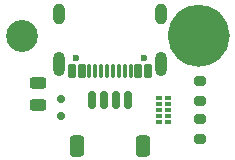
<source format=gts>
%TF.GenerationSoftware,KiCad,Pcbnew,9.0.6*%
%TF.CreationDate,2026-01-06T08:42:05+09:00*%
%TF.ProjectId,muon,6d756f6e-2e6b-4696-9361-645f70636258,rev?*%
%TF.SameCoordinates,Original*%
%TF.FileFunction,Soldermask,Top*%
%TF.FilePolarity,Negative*%
%FSLAX46Y46*%
G04 Gerber Fmt 4.6, Leading zero omitted, Abs format (unit mm)*
G04 Created by KiCad (PCBNEW 9.0.6) date 2026-01-06 08:42:05*
%MOMM*%
%LPD*%
G01*
G04 APERTURE LIST*
G04 Aperture macros list*
%AMRoundRect*
0 Rectangle with rounded corners*
0 $1 Rounding radius*
0 $2 $3 $4 $5 $6 $7 $8 $9 X,Y pos of 4 corners*
0 Add a 4 corners polygon primitive as box body*
4,1,4,$2,$3,$4,$5,$6,$7,$8,$9,$2,$3,0*
0 Add four circle primitives for the rounded corners*
1,1,$1+$1,$2,$3*
1,1,$1+$1,$4,$5*
1,1,$1+$1,$6,$7*
1,1,$1+$1,$8,$9*
0 Add four rect primitives between the rounded corners*
20,1,$1+$1,$2,$3,$4,$5,0*
20,1,$1+$1,$4,$5,$6,$7,0*
20,1,$1+$1,$6,$7,$8,$9,0*
20,1,$1+$1,$8,$9,$2,$3,0*%
G04 Aperture macros list end*
%ADD10C,2.625000*%
%ADD11RoundRect,0.150000X0.200000X-0.150000X0.200000X0.150000X-0.200000X0.150000X-0.200000X-0.150000X0*%
%ADD12RoundRect,0.200000X-0.275000X0.200000X-0.275000X-0.200000X0.275000X-0.200000X0.275000X0.200000X0*%
%ADD13RoundRect,0.200000X0.275000X-0.200000X0.275000X0.200000X-0.275000X0.200000X-0.275000X-0.200000X0*%
%ADD14C,2.700000*%
%ADD15RoundRect,0.243750X-0.456250X0.243750X-0.456250X-0.243750X0.456250X-0.243750X0.456250X0.243750X0*%
%ADD16RoundRect,0.075000X0.200000X-0.075000X0.200000X0.075000X-0.200000X0.075000X-0.200000X-0.075000X0*%
%ADD17C,0.600000*%
%ADD18RoundRect,0.050000X0.250000X0.525000X-0.250000X0.525000X-0.250000X-0.525000X0.250000X-0.525000X0*%
%ADD19RoundRect,0.050000X0.100000X0.525000X-0.100000X0.525000X-0.100000X-0.525000X0.100000X-0.525000X0*%
%ADD20O,1.000000X2.100000*%
%ADD21O,1.000000X1.800000*%
%ADD22RoundRect,0.150000X-0.150000X-0.575000X0.150000X-0.575000X0.150000X0.575000X-0.150000X0.575000X0*%
%ADD23RoundRect,0.250000X-0.350000X-0.650000X0.350000X-0.650000X0.350000X0.650000X-0.350000X0.650000X0*%
G04 APERTURE END LIST*
D10*
X82812500Y-53000000D02*
G75*
G02*
X80187500Y-53000000I-1312500J0D01*
G01*
X80187500Y-53000000D02*
G75*
G02*
X82812500Y-53000000I1312500J0D01*
G01*
D11*
%TO.C,D1*%
X69800000Y-58400000D03*
X69800000Y-59800000D03*
%TD*%
D12*
%TO.C,R2*%
X81600000Y-60075000D03*
X81600000Y-61725000D03*
%TD*%
D13*
%TO.C,R1*%
X81600000Y-58525000D03*
X81600000Y-56875000D03*
%TD*%
D14*
%TO.C,MH1*%
X81500000Y-53000000D03*
%TD*%
%TO.C,MH2*%
X66500000Y-53000000D03*
%TD*%
D15*
%TO.C,F1*%
X67900000Y-56962500D03*
X67900000Y-58837500D03*
%TD*%
D16*
%TO.C,U1*%
X78885000Y-60300000D03*
X78885000Y-59800000D03*
X78885000Y-59300000D03*
X78885000Y-58800000D03*
X78885000Y-58300000D03*
X78115000Y-58300000D03*
X78115000Y-58800000D03*
X78115000Y-59300000D03*
X78115000Y-59800000D03*
X78115000Y-60300000D03*
%TD*%
D17*
%TO.C,J1*%
X76890000Y-54880000D03*
X71110000Y-54880000D03*
D18*
X77200000Y-55950000D03*
X76400000Y-55950000D03*
D19*
X75250000Y-55950000D03*
X74250000Y-55950000D03*
X73750000Y-55950000D03*
X72750000Y-55950000D03*
D18*
X71600000Y-55950000D03*
X70800000Y-55950000D03*
D19*
X72250000Y-55950000D03*
X73250000Y-55950000D03*
X74750000Y-55950000D03*
X75750000Y-55950000D03*
D20*
X78320000Y-55380000D03*
D21*
X78320000Y-51200000D03*
D20*
X69680000Y-55380000D03*
D21*
X69680000Y-51200000D03*
%TD*%
D22*
%TO.C,J2*%
X72500000Y-58475000D03*
X73500000Y-58475000D03*
X74500000Y-58475000D03*
X75500000Y-58475000D03*
D23*
X71200000Y-62300000D03*
X76800000Y-62300000D03*
%TD*%
M02*

</source>
